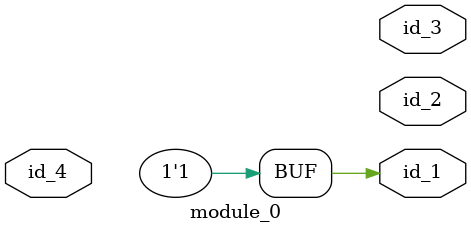
<source format=v>
`timescale 1ps / 1ps
module module_0 (
    id_1,
    id_2,
    id_3,
    id_4
);
  inout id_4;
  output id_3;
  output id_2;
  output id_1;
  assign id_1 = 1;
endmodule

</source>
